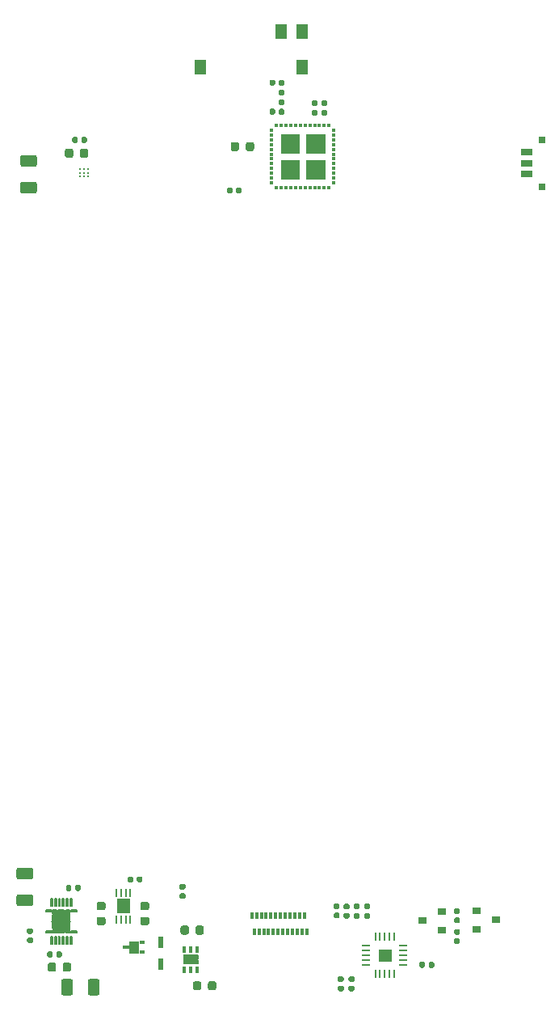
<source format=gbp>
G04 #@! TF.GenerationSoftware,KiCad,Pcbnew,(5.1.6-0-10_14)*
G04 #@! TF.CreationDate,2020-09-07T13:37:45-07:00*
G04 #@! TF.ProjectId,microgame2,6d696372-6f67-4616-9d65-322e6b696361,rev?*
G04 #@! TF.SameCoordinates,Original*
G04 #@! TF.FileFunction,Paste,Bot*
G04 #@! TF.FilePolarity,Positive*
%FSLAX46Y46*%
G04 Gerber Fmt 4.6, Leading zero omitted, Abs format (unit mm)*
G04 Created by KiCad (PCBNEW (5.1.6-0-10_14)) date 2020-09-07 13:37:45*
%MOMM*%
%LPD*%
G01*
G04 APERTURE LIST*
%ADD10C,0.152400*%
%ADD11C,0.010000*%
%ADD12C,0.100000*%
%ADD13R,0.300000X0.700000*%
%ADD14R,0.900000X0.800000*%
%ADD15R,1.400000X1.600000*%
%ADD16R,0.254000X0.812800*%
%ADD17R,1.600200X1.016000*%
%ADD18R,1.950000X2.450000*%
%ADD19R,0.199898X0.849884*%
%ADD20R,0.700000X0.700000*%
%ADD21R,1.250000X0.800000*%
%ADD22C,0.228600*%
%ADD23R,0.840000X0.270000*%
%ADD24R,0.270000X0.840000*%
%ADD25R,0.482600X1.168400*%
%ADD26R,0.350000X0.450000*%
%ADD27R,0.450000X0.350000*%
%ADD28R,1.200000X1.500000*%
%ADD29R,0.500000X0.310000*%
%ADD30R,0.650000X0.310000*%
G04 APERTURE END LIST*
D10*
G04 #@! TO.C,U10*
X141493700Y-135233070D02*
X141493700Y-135041421D01*
X141725170Y-135233070D02*
X141493700Y-135233070D01*
X141725170Y-134900000D02*
X141725170Y-135233070D01*
X141635121Y-134900000D02*
X141725170Y-134900000D01*
X141635121Y-134900000D02*
X141635121Y-134900000D01*
X141493700Y-135041421D02*
X141635121Y-134900000D01*
X141493700Y-135041421D02*
X141493700Y-135041421D01*
X140706300Y-135233070D02*
X140706300Y-135041421D01*
X141293700Y-135233070D02*
X140706300Y-135233070D01*
X141293700Y-135041421D02*
X141293700Y-135233070D01*
X141293700Y-135041421D02*
X141293700Y-135041421D01*
X141152279Y-134900000D02*
X141293700Y-135041421D01*
X141152279Y-134900000D02*
X141152279Y-134900000D01*
X140847721Y-134900000D02*
X141152279Y-134900000D01*
X140847721Y-134900000D02*
X140847721Y-134900000D01*
X140706300Y-135041421D02*
X140847721Y-134900000D01*
X140706300Y-135041421D02*
X140706300Y-135041421D01*
X140274830Y-135233070D02*
X140274830Y-134900000D01*
X140506300Y-135233070D02*
X140274830Y-135233070D01*
X140506300Y-135041421D02*
X140506300Y-135233070D01*
X140506300Y-135041421D02*
X140506300Y-135041421D01*
X140364879Y-134900000D02*
X140506300Y-135041421D01*
X140364879Y-134900000D02*
X140364879Y-134900000D01*
X140274830Y-134900000D02*
X140364879Y-134900000D01*
X141493700Y-134558579D02*
X141493700Y-134366930D01*
X141493700Y-134558579D02*
X141493700Y-134558579D01*
X141635121Y-134700000D02*
X141493700Y-134558579D01*
X141635121Y-134700000D02*
X141635121Y-134700000D01*
X141725170Y-134700000D02*
X141635121Y-134700000D01*
X141725170Y-134366930D02*
X141725170Y-134700000D01*
X141493700Y-134366930D02*
X141725170Y-134366930D01*
X140706300Y-134558579D02*
X140706300Y-134366930D01*
X140706300Y-134558579D02*
X140706300Y-134558579D01*
X140847721Y-134700000D02*
X140706300Y-134558579D01*
X140847721Y-134700000D02*
X140847721Y-134700000D01*
X141152279Y-134700000D02*
X140847721Y-134700000D01*
X141152279Y-134700000D02*
X141152279Y-134700000D01*
X141293700Y-134558579D02*
X141152279Y-134700000D01*
X141293700Y-134558579D02*
X141293700Y-134558579D01*
X141293700Y-134366930D02*
X141293700Y-134558579D01*
X140706300Y-134366930D02*
X141293700Y-134366930D01*
X140274830Y-134700000D02*
X140274830Y-134366930D01*
X140364879Y-134700000D02*
X140274830Y-134700000D01*
X140364879Y-134700000D02*
X140364879Y-134700000D01*
X140506300Y-134558579D02*
X140364879Y-134700000D01*
X140506300Y-134558579D02*
X140506300Y-134558579D01*
X140506300Y-134366930D02*
X140506300Y-134558579D01*
X140274830Y-134366930D02*
X140506300Y-134366930D01*
G04 #@! TO.C,U5*
X126349942Y-128419004D02*
X126500056Y-128419004D01*
X126500056Y-128419004D02*
X126500056Y-129219104D01*
X126500056Y-129219104D02*
X126349942Y-129219104D01*
X126349942Y-129219104D02*
X126349942Y-128419004D01*
X126749944Y-128419004D02*
X126900058Y-128419004D01*
X126900058Y-128419004D02*
X126900058Y-129219104D01*
X126900058Y-129219104D02*
X126749944Y-129219104D01*
X126749944Y-129219104D02*
X126749944Y-128419004D01*
X127149943Y-128419004D02*
X127300057Y-128419004D01*
X127300057Y-128419004D02*
X127300057Y-129219104D01*
X127300057Y-129219104D02*
X127149943Y-129219104D01*
X127149943Y-129219104D02*
X127149943Y-128419004D01*
X127549943Y-128419004D02*
X127700057Y-128419004D01*
X127700057Y-128419004D02*
X127700057Y-129219104D01*
X127700057Y-129219104D02*
X127549943Y-129219104D01*
X127549943Y-129219104D02*
X127549943Y-128419004D01*
X127949942Y-128419004D02*
X128100056Y-128419004D01*
X128100056Y-128419004D02*
X128100056Y-129219104D01*
X128100056Y-129219104D02*
X127949942Y-129219104D01*
X127949942Y-129219104D02*
X127949942Y-128419004D01*
X128349944Y-128419004D02*
X128500058Y-128419004D01*
X128500058Y-128419004D02*
X128500058Y-129219104D01*
X128500058Y-129219104D02*
X128349944Y-129219104D01*
X128349944Y-129219104D02*
X128349944Y-128419004D01*
X128349944Y-132380896D02*
X128500058Y-132380896D01*
X128500058Y-132380896D02*
X128500058Y-133180996D01*
X128500058Y-133180996D02*
X128349944Y-133180996D01*
X128349944Y-133180996D02*
X128349944Y-132380896D01*
X127949942Y-132380896D02*
X128100056Y-132380896D01*
X128100056Y-132380896D02*
X128100056Y-133180996D01*
X128100056Y-133180996D02*
X127949942Y-133180996D01*
X127949942Y-133180996D02*
X127949942Y-132380896D01*
X127549943Y-132380896D02*
X127700057Y-132380896D01*
X127700057Y-132380896D02*
X127700057Y-133180996D01*
X127700057Y-133180996D02*
X127549943Y-133180996D01*
X127549943Y-133180996D02*
X127549943Y-132380896D01*
X127149943Y-132380896D02*
X127300057Y-132380896D01*
X127300057Y-132380896D02*
X127300057Y-133180996D01*
X127300057Y-133180996D02*
X127149943Y-133180996D01*
X127149943Y-133180996D02*
X127149943Y-132380896D01*
X126749944Y-132380896D02*
X126900058Y-132380896D01*
X126900058Y-132380896D02*
X126900058Y-133180996D01*
X126900058Y-133180996D02*
X126749944Y-133180996D01*
X126749944Y-133180996D02*
X126749944Y-132380896D01*
X126349942Y-132380896D02*
X126500056Y-132380896D01*
X126500056Y-132380896D02*
X126500056Y-133180996D01*
X126500056Y-133180996D02*
X126349942Y-133180996D01*
X126349942Y-133180996D02*
X126349942Y-132380896D01*
X126450000Y-130800000D02*
X126450000Y-130800000D01*
X126450000Y-130800000D02*
X126450000Y-130800000D01*
X126450000Y-130800000D02*
X126450000Y-130800000D01*
X126450000Y-130800000D02*
X126450000Y-130800000D01*
X126450000Y-130800000D02*
X126450000Y-130800000D01*
X126450000Y-130800000D02*
X126450000Y-130800000D01*
X126450000Y-130800000D02*
X126450000Y-130800000D01*
X126450000Y-130800000D02*
X126450000Y-130800000D01*
X128400000Y-130800000D02*
X128400000Y-130800000D01*
X128400000Y-130800000D02*
X128400000Y-130800000D01*
X128400000Y-130800000D02*
X128400000Y-130800000D01*
X128400000Y-130800000D02*
X128400000Y-130800000D01*
X128400000Y-130800000D02*
X128400000Y-130800000D01*
X128400000Y-130800000D02*
X128400000Y-130800000D01*
X128400000Y-130800000D02*
X128400000Y-130800000D01*
X128400000Y-130800000D02*
X128400000Y-130800000D01*
X126399200Y-131825800D02*
X125825800Y-131825800D01*
X125825800Y-131825800D02*
X125825800Y-131974200D01*
X125825800Y-131974200D02*
X126399200Y-131974200D01*
X126399200Y-131974200D02*
X126399200Y-131825800D01*
X126399200Y-129774200D02*
X125825800Y-129774200D01*
X125825800Y-129774200D02*
X125825800Y-129625800D01*
X125825800Y-129625800D02*
X126399200Y-129625800D01*
X126399200Y-129625800D02*
X126399200Y-129774200D01*
X128450800Y-129774200D02*
X129024200Y-129774200D01*
X129024200Y-129774200D02*
X129024200Y-129625800D01*
X129024200Y-129625800D02*
X128450800Y-129625800D01*
X128450800Y-129625800D02*
X128450800Y-129774200D01*
X128450800Y-131825800D02*
X129024200Y-131825800D01*
X129024200Y-131825800D02*
X129024200Y-131974200D01*
X129024200Y-131974200D02*
X128450800Y-131974200D01*
X128450800Y-131974200D02*
X128450800Y-131825800D01*
X126524930Y-129649930D02*
X126931300Y-129649930D01*
X126931300Y-129649930D02*
X126931300Y-129771179D01*
X126931300Y-129771179D02*
X126931300Y-129771179D01*
X126931300Y-129771179D02*
X126789879Y-129912600D01*
X126789879Y-129912600D02*
X126789879Y-129912600D01*
X126789879Y-129912600D02*
X126524930Y-129912600D01*
X126524930Y-129912600D02*
X126524930Y-129649930D01*
X127131300Y-129649930D02*
X127718700Y-129649930D01*
X127718700Y-129649930D02*
X127718700Y-129771179D01*
X127718700Y-129771179D02*
X127718700Y-129771179D01*
X127718700Y-129771179D02*
X127577279Y-129912600D01*
X127577279Y-129912600D02*
X127577279Y-129912600D01*
X127577279Y-129912600D02*
X127272721Y-129912600D01*
X127272721Y-129912600D02*
X127272721Y-129912600D01*
X127272721Y-129912600D02*
X127131300Y-129771179D01*
X127131300Y-129771179D02*
X127131300Y-129771179D01*
X127131300Y-129771179D02*
X127131300Y-129649930D01*
X127918700Y-129649930D02*
X128325070Y-129649930D01*
X128325070Y-129649930D02*
X128325070Y-129912600D01*
X128325070Y-129912600D02*
X128060121Y-129912600D01*
X128060121Y-129912600D02*
X128060121Y-129912600D01*
X128060121Y-129912600D02*
X127918700Y-129771179D01*
X127918700Y-129771179D02*
X127918700Y-129771179D01*
X127918700Y-129771179D02*
X127918700Y-129649930D01*
X126524930Y-130112600D02*
X126789879Y-130112600D01*
X126789879Y-130112600D02*
X126789879Y-130112600D01*
X126789879Y-130112600D02*
X126931300Y-130254021D01*
X126931300Y-130254021D02*
X126931300Y-130254021D01*
X126931300Y-130254021D02*
X126931300Y-130558579D01*
X126931300Y-130558579D02*
X126931300Y-130558579D01*
X126931300Y-130558579D02*
X126789879Y-130700000D01*
X126789879Y-130700000D02*
X126789879Y-130700000D01*
X126789879Y-130700000D02*
X126524930Y-130700000D01*
X126524930Y-130700000D02*
X126524930Y-130112600D01*
X127131300Y-130254021D02*
X127131300Y-130254021D01*
X127131300Y-130254021D02*
X127272721Y-130112600D01*
X127272721Y-130112600D02*
X127272721Y-130112600D01*
X127272721Y-130112600D02*
X127577279Y-130112600D01*
X127577279Y-130112600D02*
X127577279Y-130112600D01*
X127577279Y-130112600D02*
X127718700Y-130254021D01*
X127718700Y-130254021D02*
X127718700Y-130254021D01*
X127718700Y-130254021D02*
X127718700Y-130558579D01*
X127718700Y-130558579D02*
X127718700Y-130558579D01*
X127718700Y-130558579D02*
X127577279Y-130700000D01*
X127577279Y-130700000D02*
X127577279Y-130700000D01*
X127577279Y-130700000D02*
X127272721Y-130700000D01*
X127272721Y-130700000D02*
X127272721Y-130700000D01*
X127272721Y-130700000D02*
X127131300Y-130558579D01*
X127131300Y-130558579D02*
X127131300Y-130558579D01*
X127131300Y-130558579D02*
X127131300Y-130254021D01*
X127918700Y-130254021D02*
X127918700Y-130254021D01*
X127918700Y-130254021D02*
X128060121Y-130112600D01*
X128060121Y-130112600D02*
X128060121Y-130112600D01*
X128060121Y-130112600D02*
X128325070Y-130112600D01*
X128325070Y-130112600D02*
X128325070Y-130700000D01*
X128325070Y-130700000D02*
X128060121Y-130700000D01*
X128060121Y-130700000D02*
X128060121Y-130700000D01*
X128060121Y-130700000D02*
X127918700Y-130558579D01*
X127918700Y-130558579D02*
X127918700Y-130558579D01*
X127918700Y-130558579D02*
X127918700Y-130254021D01*
X126524930Y-130900000D02*
X126789879Y-130900000D01*
X126789879Y-130900000D02*
X126789879Y-130900000D01*
X126789879Y-130900000D02*
X126931300Y-131041421D01*
X126931300Y-131041421D02*
X126931300Y-131041421D01*
X126931300Y-131041421D02*
X126931300Y-131345979D01*
X126931300Y-131345979D02*
X126931300Y-131345979D01*
X126931300Y-131345979D02*
X126789879Y-131487400D01*
X126789879Y-131487400D02*
X126789879Y-131487400D01*
X126789879Y-131487400D02*
X126524930Y-131487400D01*
X126524930Y-131487400D02*
X126524930Y-130900000D01*
X127131300Y-131041421D02*
X127131300Y-131041421D01*
X127131300Y-131041421D02*
X127272721Y-130900000D01*
X127272721Y-130900000D02*
X127272721Y-130900000D01*
X127272721Y-130900000D02*
X127577279Y-130900000D01*
X127577279Y-130900000D02*
X127577279Y-130900000D01*
X127577279Y-130900000D02*
X127718700Y-131041421D01*
X127718700Y-131041421D02*
X127718700Y-131041421D01*
X127718700Y-131041421D02*
X127718700Y-131345979D01*
X127718700Y-131345979D02*
X127718700Y-131345979D01*
X127718700Y-131345979D02*
X127577279Y-131487400D01*
X127577279Y-131487400D02*
X127577279Y-131487400D01*
X127577279Y-131487400D02*
X127272721Y-131487400D01*
X127272721Y-131487400D02*
X127272721Y-131487400D01*
X127272721Y-131487400D02*
X127131300Y-131345979D01*
X127131300Y-131345979D02*
X127131300Y-131345979D01*
X127131300Y-131345979D02*
X127131300Y-131041421D01*
X127918700Y-131041421D02*
X127918700Y-131041421D01*
X127918700Y-131041421D02*
X128060121Y-130900000D01*
X128060121Y-130900000D02*
X128060121Y-130900000D01*
X128060121Y-130900000D02*
X128325070Y-130900000D01*
X128325070Y-130900000D02*
X128325070Y-131487400D01*
X128325070Y-131487400D02*
X128060121Y-131487400D01*
X128060121Y-131487400D02*
X128060121Y-131487400D01*
X128060121Y-131487400D02*
X127918700Y-131345979D01*
X127918700Y-131345979D02*
X127918700Y-131345979D01*
X127918700Y-131345979D02*
X127918700Y-131041421D01*
X126524930Y-131687400D02*
X126789879Y-131687400D01*
X126789879Y-131687400D02*
X126789879Y-131687400D01*
X126789879Y-131687400D02*
X126931300Y-131828821D01*
X126931300Y-131828821D02*
X126931300Y-131828821D01*
X126931300Y-131828821D02*
X126931300Y-131950070D01*
X126931300Y-131950070D02*
X126524930Y-131950070D01*
X126524930Y-131950070D02*
X126524930Y-131687400D01*
X127131300Y-131828821D02*
X127131300Y-131828821D01*
X127131300Y-131828821D02*
X127272721Y-131687400D01*
X127272721Y-131687400D02*
X127272721Y-131687400D01*
X127272721Y-131687400D02*
X127577279Y-131687400D01*
X127577279Y-131687400D02*
X127577279Y-131687400D01*
X127577279Y-131687400D02*
X127718700Y-131828821D01*
X127718700Y-131828821D02*
X127718700Y-131828821D01*
X127718700Y-131828821D02*
X127718700Y-131950070D01*
X127718700Y-131950070D02*
X127131300Y-131950070D01*
X127131300Y-131950070D02*
X127131300Y-131828821D01*
X127918700Y-131828821D02*
X127918700Y-131828821D01*
X127918700Y-131828821D02*
X128060121Y-131687400D01*
X128060121Y-131687400D02*
X128060121Y-131687400D01*
X128060121Y-131687400D02*
X128325070Y-131687400D01*
X128325070Y-131687400D02*
X128325070Y-131950070D01*
X128325070Y-131950070D02*
X127918700Y-131950070D01*
X127918700Y-131950070D02*
X127918700Y-131828821D01*
D11*
G04 #@! TO.C,U4*
G36*
X161965000Y-134980000D02*
G01*
X161965000Y-133720000D01*
X160705000Y-133720000D01*
X160705000Y-134980000D01*
X161965000Y-134980000D01*
G37*
X161965000Y-134980000D02*
X161965000Y-133720000D01*
X160705000Y-133720000D01*
X160705000Y-134980000D01*
X161965000Y-134980000D01*
G04 #@! TO.C,U1*
G36*
X150435000Y-51135000D02*
G01*
X150435000Y-53045000D01*
X152345000Y-53045000D01*
X152345000Y-51135000D01*
X150435000Y-51135000D01*
G37*
X150435000Y-51135000D02*
X150435000Y-53045000D01*
X152345000Y-53045000D01*
X152345000Y-51135000D01*
X150435000Y-51135000D01*
G36*
X150435000Y-48435000D02*
G01*
X150435000Y-50345000D01*
X152345000Y-50345000D01*
X152345000Y-48435000D01*
X150435000Y-48435000D01*
G37*
X150435000Y-48435000D02*
X150435000Y-50345000D01*
X152345000Y-50345000D01*
X152345000Y-48435000D01*
X150435000Y-48435000D01*
G36*
X153135000Y-48435000D02*
G01*
X153135000Y-50345000D01*
X155045000Y-50345000D01*
X155045000Y-48435000D01*
X153135000Y-48435000D01*
G37*
X153135000Y-48435000D02*
X153135000Y-50345000D01*
X155045000Y-50345000D01*
X155045000Y-48435000D01*
X153135000Y-48435000D01*
G36*
X153135000Y-51135000D02*
G01*
X153135000Y-53045000D01*
X155045000Y-53045000D01*
X155045000Y-51135000D01*
X153135000Y-51135000D01*
G37*
X153135000Y-51135000D02*
X153135000Y-53045000D01*
X155045000Y-53045000D01*
X155045000Y-51135000D01*
X153135000Y-51135000D01*
D12*
G04 #@! TO.C,Q1*
G36*
X135450000Y-134125000D02*
G01*
X135450000Y-132925000D01*
X134550000Y-132925000D01*
X134550000Y-134125000D01*
X135450000Y-134125000D01*
G37*
X135450000Y-134125000D02*
X135450000Y-132925000D01*
X134550000Y-132925000D01*
X134550000Y-134125000D01*
X135450000Y-134125000D01*
G04 #@! TD*
D13*
G04 #@! TO.C,J1*
X153150000Y-131890000D03*
X152650000Y-131890000D03*
X152150000Y-131890000D03*
X151650000Y-131890000D03*
X151150000Y-131890000D03*
X150650000Y-131890000D03*
X150150000Y-131890000D03*
X149650000Y-131890000D03*
X149150000Y-131890000D03*
X148650000Y-131890000D03*
X148150000Y-131890000D03*
X147650000Y-131890000D03*
X147400000Y-130190000D03*
X147900000Y-130190000D03*
X148400000Y-130190000D03*
X148900000Y-130190000D03*
X149400000Y-130190000D03*
X149900000Y-130190000D03*
X150400000Y-130190000D03*
X150900000Y-130190000D03*
X151400000Y-130190000D03*
X151900000Y-130190000D03*
X152400000Y-130190000D03*
X152900000Y-130190000D03*
G04 #@! TD*
D14*
G04 #@! TO.C,Q2*
X167300000Y-131700000D03*
X167300000Y-129800000D03*
X165300000Y-130750000D03*
G04 #@! TD*
D15*
G04 #@! TO.C,U2*
X133925000Y-129200000D03*
D16*
X134675001Y-127803000D03*
X134175000Y-127803000D03*
X133675000Y-127803000D03*
X133174999Y-127803000D03*
X133174999Y-130597000D03*
X133675000Y-130597000D03*
X134175000Y-130597000D03*
X134675001Y-130597000D03*
G04 #@! TD*
D17*
G04 #@! TO.C,U10*
X141000000Y-134800000D03*
D13*
X140350001Y-135850000D03*
X141000000Y-135850000D03*
X141649999Y-135850000D03*
X141649999Y-133750000D03*
X141000000Y-133750000D03*
X140350001Y-133750000D03*
G04 #@! TD*
D18*
G04 #@! TO.C,U5*
X127425000Y-130800000D03*
D19*
X126424999Y-132780946D03*
X126825001Y-132780946D03*
X127225000Y-132780946D03*
X127625000Y-132780946D03*
X128024999Y-132780946D03*
X128425001Y-132780946D03*
X128425001Y-128819054D03*
X128024999Y-128819054D03*
X127625000Y-128819054D03*
X127225000Y-128819054D03*
X126825001Y-128819054D03*
X126424999Y-128819054D03*
G04 #@! TD*
D20*
G04 #@! TO.C,SW9*
X177850000Y-53900000D03*
X177850000Y-49000000D03*
D21*
X176225000Y-52600000D03*
X176225000Y-51450000D03*
X176225000Y-50300000D03*
G04 #@! TD*
G04 #@! TO.C,C4*
G36*
G01*
X146062500Y-49443750D02*
X146062500Y-49956250D01*
G75*
G02*
X145843750Y-50175000I-218750J0D01*
G01*
X145406250Y-50175000D01*
G75*
G02*
X145187500Y-49956250I0J218750D01*
G01*
X145187500Y-49443750D01*
G75*
G02*
X145406250Y-49225000I218750J0D01*
G01*
X145843750Y-49225000D01*
G75*
G02*
X146062500Y-49443750I0J-218750D01*
G01*
G37*
G36*
G01*
X147637500Y-49443750D02*
X147637500Y-49956250D01*
G75*
G02*
X147418750Y-50175000I-218750J0D01*
G01*
X146981250Y-50175000D01*
G75*
G02*
X146762500Y-49956250I0J218750D01*
G01*
X146762500Y-49443750D01*
G75*
G02*
X146981250Y-49225000I218750J0D01*
G01*
X147418750Y-49225000D01*
G75*
G02*
X147637500Y-49443750I0J-218750D01*
G01*
G37*
G04 #@! TD*
G04 #@! TO.C,C20*
G36*
G01*
X142800000Y-137806250D02*
X142800000Y-137293750D01*
G75*
G02*
X143018750Y-137075000I218750J0D01*
G01*
X143456250Y-137075000D01*
G75*
G02*
X143675000Y-137293750I0J-218750D01*
G01*
X143675000Y-137806250D01*
G75*
G02*
X143456250Y-138025000I-218750J0D01*
G01*
X143018750Y-138025000D01*
G75*
G02*
X142800000Y-137806250I0J218750D01*
G01*
G37*
G36*
G01*
X141225000Y-137806250D02*
X141225000Y-137293750D01*
G75*
G02*
X141443750Y-137075000I218750J0D01*
G01*
X141881250Y-137075000D01*
G75*
G02*
X142100000Y-137293750I0J-218750D01*
G01*
X142100000Y-137806250D01*
G75*
G02*
X141881250Y-138025000I-218750J0D01*
G01*
X141443750Y-138025000D01*
G75*
G02*
X141225000Y-137806250I0J218750D01*
G01*
G37*
G04 #@! TD*
G04 #@! TO.C,C19*
G36*
G01*
X139925000Y-131981250D02*
X139925000Y-131468750D01*
G75*
G02*
X140143750Y-131250000I218750J0D01*
G01*
X140581250Y-131250000D01*
G75*
G02*
X140800000Y-131468750I0J-218750D01*
G01*
X140800000Y-131981250D01*
G75*
G02*
X140581250Y-132200000I-218750J0D01*
G01*
X140143750Y-132200000D01*
G75*
G02*
X139925000Y-131981250I0J218750D01*
G01*
G37*
G36*
G01*
X141500000Y-131981250D02*
X141500000Y-131468750D01*
G75*
G02*
X141718750Y-131250000I218750J0D01*
G01*
X142156250Y-131250000D01*
G75*
G02*
X142375000Y-131468750I0J-218750D01*
G01*
X142375000Y-131981250D01*
G75*
G02*
X142156250Y-132200000I-218750J0D01*
G01*
X141718750Y-132200000D01*
G75*
G02*
X141500000Y-131981250I0J218750D01*
G01*
G37*
G04 #@! TD*
D22*
G04 #@! TO.C,U7*
X130225000Y-52050000D03*
X129825000Y-52050000D03*
X129425000Y-52050000D03*
X130225000Y-52450000D03*
X129825000Y-52450000D03*
X129425000Y-52450000D03*
X130225000Y-52850000D03*
X129825000Y-52850000D03*
X129425000Y-52850000D03*
G04 #@! TD*
D23*
G04 #@! TO.C,U4*
X159400000Y-135350000D03*
X159400000Y-134850000D03*
X159400000Y-134350000D03*
X159400000Y-133850000D03*
X159400000Y-133350000D03*
X163270000Y-133350000D03*
X163270000Y-133850000D03*
X163270000Y-134350000D03*
X163270000Y-134850000D03*
X163270000Y-135350000D03*
D24*
X162335000Y-136285000D03*
X161835000Y-136285000D03*
X161335000Y-136285000D03*
X160835000Y-136285000D03*
X160335000Y-136285000D03*
X160335000Y-132415000D03*
X160835000Y-132415000D03*
X161335000Y-132415000D03*
X161835000Y-132415000D03*
X162335000Y-132415000D03*
G04 #@! TD*
G04 #@! TO.C,R10*
G36*
G01*
X126520000Y-134102500D02*
X126520000Y-134447500D01*
G75*
G02*
X126372500Y-134595000I-147500J0D01*
G01*
X126077500Y-134595000D01*
G75*
G02*
X125930000Y-134447500I0J147500D01*
G01*
X125930000Y-134102500D01*
G75*
G02*
X126077500Y-133955000I147500J0D01*
G01*
X126372500Y-133955000D01*
G75*
G02*
X126520000Y-134102500I0J-147500D01*
G01*
G37*
G36*
G01*
X127490000Y-134102500D02*
X127490000Y-134447500D01*
G75*
G02*
X127342500Y-134595000I-147500J0D01*
G01*
X127047500Y-134595000D01*
G75*
G02*
X126900000Y-134447500I0J147500D01*
G01*
X126900000Y-134102500D01*
G75*
G02*
X127047500Y-133955000I147500J0D01*
G01*
X127342500Y-133955000D01*
G75*
G02*
X127490000Y-134102500I0J-147500D01*
G01*
G37*
G04 #@! TD*
G04 #@! TO.C,R9*
G36*
G01*
X123977500Y-131520000D02*
X124322500Y-131520000D01*
G75*
G02*
X124470000Y-131667500I0J-147500D01*
G01*
X124470000Y-131962500D01*
G75*
G02*
X124322500Y-132110000I-147500J0D01*
G01*
X123977500Y-132110000D01*
G75*
G02*
X123830000Y-131962500I0J147500D01*
G01*
X123830000Y-131667500D01*
G75*
G02*
X123977500Y-131520000I147500J0D01*
G01*
G37*
G36*
G01*
X123977500Y-132490000D02*
X124322500Y-132490000D01*
G75*
G02*
X124470000Y-132637500I0J-147500D01*
G01*
X124470000Y-132932500D01*
G75*
G02*
X124322500Y-133080000I-147500J0D01*
G01*
X123977500Y-133080000D01*
G75*
G02*
X123830000Y-132932500I0J147500D01*
G01*
X123830000Y-132637500D01*
G75*
G02*
X123977500Y-132490000I147500J0D01*
G01*
G37*
G04 #@! TD*
G04 #@! TO.C,R8*
G36*
G01*
X131450000Y-137075000D02*
X131450000Y-138325000D01*
G75*
G02*
X131200000Y-138575000I-250000J0D01*
G01*
X130450000Y-138575000D01*
G75*
G02*
X130200000Y-138325000I0J250000D01*
G01*
X130200000Y-137075000D01*
G75*
G02*
X130450000Y-136825000I250000J0D01*
G01*
X131200000Y-136825000D01*
G75*
G02*
X131450000Y-137075000I0J-250000D01*
G01*
G37*
G36*
G01*
X128650000Y-137075000D02*
X128650000Y-138325000D01*
G75*
G02*
X128400000Y-138575000I-250000J0D01*
G01*
X127650000Y-138575000D01*
G75*
G02*
X127400000Y-138325000I0J250000D01*
G01*
X127400000Y-137075000D01*
G75*
G02*
X127650000Y-136825000I250000J0D01*
G01*
X128400000Y-136825000D01*
G75*
G02*
X128650000Y-137075000I0J-250000D01*
G01*
G37*
G04 #@! TD*
G04 #@! TO.C,R7*
G36*
G01*
X158572500Y-130515000D02*
X158227500Y-130515000D01*
G75*
G02*
X158080000Y-130367500I0J147500D01*
G01*
X158080000Y-130072500D01*
G75*
G02*
X158227500Y-129925000I147500J0D01*
G01*
X158572500Y-129925000D01*
G75*
G02*
X158720000Y-130072500I0J-147500D01*
G01*
X158720000Y-130367500D01*
G75*
G02*
X158572500Y-130515000I-147500J0D01*
G01*
G37*
G36*
G01*
X158572500Y-129545000D02*
X158227500Y-129545000D01*
G75*
G02*
X158080000Y-129397500I0J147500D01*
G01*
X158080000Y-129102500D01*
G75*
G02*
X158227500Y-128955000I147500J0D01*
G01*
X158572500Y-128955000D01*
G75*
G02*
X158720000Y-129102500I0J-147500D01*
G01*
X158720000Y-129397500D01*
G75*
G02*
X158572500Y-129545000I-147500J0D01*
G01*
G37*
G04 #@! TD*
G04 #@! TO.C,R6*
G36*
G01*
X157497500Y-129545000D02*
X157152500Y-129545000D01*
G75*
G02*
X157005000Y-129397500I0J147500D01*
G01*
X157005000Y-129102500D01*
G75*
G02*
X157152500Y-128955000I147500J0D01*
G01*
X157497500Y-128955000D01*
G75*
G02*
X157645000Y-129102500I0J-147500D01*
G01*
X157645000Y-129397500D01*
G75*
G02*
X157497500Y-129545000I-147500J0D01*
G01*
G37*
G36*
G01*
X157497500Y-130515000D02*
X157152500Y-130515000D01*
G75*
G02*
X157005000Y-130367500I0J147500D01*
G01*
X157005000Y-130072500D01*
G75*
G02*
X157152500Y-129925000I147500J0D01*
G01*
X157497500Y-129925000D01*
G75*
G02*
X157645000Y-130072500I0J-147500D01*
G01*
X157645000Y-130367500D01*
G75*
G02*
X157497500Y-130515000I-147500J0D01*
G01*
G37*
G04 #@! TD*
G04 #@! TO.C,R5*
G36*
G01*
X156897500Y-138120000D02*
X156552500Y-138120000D01*
G75*
G02*
X156405000Y-137972500I0J147500D01*
G01*
X156405000Y-137677500D01*
G75*
G02*
X156552500Y-137530000I147500J0D01*
G01*
X156897500Y-137530000D01*
G75*
G02*
X157045000Y-137677500I0J-147500D01*
G01*
X157045000Y-137972500D01*
G75*
G02*
X156897500Y-138120000I-147500J0D01*
G01*
G37*
G36*
G01*
X156897500Y-137150000D02*
X156552500Y-137150000D01*
G75*
G02*
X156405000Y-137002500I0J147500D01*
G01*
X156405000Y-136707500D01*
G75*
G02*
X156552500Y-136560000I147500J0D01*
G01*
X156897500Y-136560000D01*
G75*
G02*
X157045000Y-136707500I0J-147500D01*
G01*
X157045000Y-137002500D01*
G75*
G02*
X156897500Y-137150000I-147500J0D01*
G01*
G37*
G04 #@! TD*
G04 #@! TO.C,R4*
G36*
G01*
X158022500Y-137150000D02*
X157677500Y-137150000D01*
G75*
G02*
X157530000Y-137002500I0J147500D01*
G01*
X157530000Y-136707500D01*
G75*
G02*
X157677500Y-136560000I147500J0D01*
G01*
X158022500Y-136560000D01*
G75*
G02*
X158170000Y-136707500I0J-147500D01*
G01*
X158170000Y-137002500D01*
G75*
G02*
X158022500Y-137150000I-147500J0D01*
G01*
G37*
G36*
G01*
X158022500Y-138120000D02*
X157677500Y-138120000D01*
G75*
G02*
X157530000Y-137972500I0J147500D01*
G01*
X157530000Y-137677500D01*
G75*
G02*
X157677500Y-137530000I147500J0D01*
G01*
X158022500Y-137530000D01*
G75*
G02*
X158170000Y-137677500I0J-147500D01*
G01*
X158170000Y-137972500D01*
G75*
G02*
X158022500Y-138120000I-147500J0D01*
G01*
G37*
G04 #@! TD*
G04 #@! TO.C,R3*
G36*
G01*
X134385000Y-126597500D02*
X134385000Y-126252500D01*
G75*
G02*
X134532500Y-126105000I147500J0D01*
G01*
X134827500Y-126105000D01*
G75*
G02*
X134975000Y-126252500I0J-147500D01*
G01*
X134975000Y-126597500D01*
G75*
G02*
X134827500Y-126745000I-147500J0D01*
G01*
X134532500Y-126745000D01*
G75*
G02*
X134385000Y-126597500I0J147500D01*
G01*
G37*
G36*
G01*
X135355000Y-126597500D02*
X135355000Y-126252500D01*
G75*
G02*
X135502500Y-126105000I147500J0D01*
G01*
X135797500Y-126105000D01*
G75*
G02*
X135945000Y-126252500I0J-147500D01*
G01*
X135945000Y-126597500D01*
G75*
G02*
X135797500Y-126745000I-147500J0D01*
G01*
X135502500Y-126745000D01*
G75*
G02*
X135355000Y-126597500I0J147500D01*
G01*
G37*
G04 #@! TD*
G04 #@! TO.C,R2*
G36*
G01*
X140297500Y-127475000D02*
X139952500Y-127475000D01*
G75*
G02*
X139805000Y-127327500I0J147500D01*
G01*
X139805000Y-127032500D01*
G75*
G02*
X139952500Y-126885000I147500J0D01*
G01*
X140297500Y-126885000D01*
G75*
G02*
X140445000Y-127032500I0J-147500D01*
G01*
X140445000Y-127327500D01*
G75*
G02*
X140297500Y-127475000I-147500J0D01*
G01*
G37*
G36*
G01*
X140297500Y-128445000D02*
X139952500Y-128445000D01*
G75*
G02*
X139805000Y-128297500I0J147500D01*
G01*
X139805000Y-128002500D01*
G75*
G02*
X139952500Y-127855000I147500J0D01*
G01*
X140297500Y-127855000D01*
G75*
G02*
X140445000Y-128002500I0J-147500D01*
G01*
X140445000Y-128297500D01*
G75*
G02*
X140297500Y-128445000I-147500J0D01*
G01*
G37*
G04 #@! TD*
D25*
G04 #@! TO.C,D1*
X137875000Y-135260200D03*
X137875000Y-133025000D03*
G04 #@! TD*
G04 #@! TO.C,C16*
G36*
G01*
X129150000Y-48827500D02*
X129150000Y-49172500D01*
G75*
G02*
X129002500Y-49320000I-147500J0D01*
G01*
X128707500Y-49320000D01*
G75*
G02*
X128560000Y-49172500I0J147500D01*
G01*
X128560000Y-48827500D01*
G75*
G02*
X128707500Y-48680000I147500J0D01*
G01*
X129002500Y-48680000D01*
G75*
G02*
X129150000Y-48827500I0J-147500D01*
G01*
G37*
G36*
G01*
X130120000Y-48827500D02*
X130120000Y-49172500D01*
G75*
G02*
X129972500Y-49320000I-147500J0D01*
G01*
X129677500Y-49320000D01*
G75*
G02*
X129530000Y-49172500I0J147500D01*
G01*
X129530000Y-48827500D01*
G75*
G02*
X129677500Y-48680000I147500J0D01*
G01*
X129972500Y-48680000D01*
G75*
G02*
X130120000Y-48827500I0J-147500D01*
G01*
G37*
G04 #@! TD*
G04 #@! TO.C,C15*
G36*
G01*
X128687500Y-50143750D02*
X128687500Y-50656250D01*
G75*
G02*
X128468750Y-50875000I-218750J0D01*
G01*
X128031250Y-50875000D01*
G75*
G02*
X127812500Y-50656250I0J218750D01*
G01*
X127812500Y-50143750D01*
G75*
G02*
X128031250Y-49925000I218750J0D01*
G01*
X128468750Y-49925000D01*
G75*
G02*
X128687500Y-50143750I0J-218750D01*
G01*
G37*
G36*
G01*
X130262500Y-50143750D02*
X130262500Y-50656250D01*
G75*
G02*
X130043750Y-50875000I-218750J0D01*
G01*
X129606250Y-50875000D01*
G75*
G02*
X129387500Y-50656250I0J218750D01*
G01*
X129387500Y-50143750D01*
G75*
G02*
X129606250Y-49925000I218750J0D01*
G01*
X130043750Y-49925000D01*
G75*
G02*
X130262500Y-50143750I0J-218750D01*
G01*
G37*
G04 #@! TD*
G04 #@! TO.C,C14*
G36*
G01*
X127905000Y-127472500D02*
X127905000Y-127127500D01*
G75*
G02*
X128052500Y-126980000I147500J0D01*
G01*
X128347500Y-126980000D01*
G75*
G02*
X128495000Y-127127500I0J-147500D01*
G01*
X128495000Y-127472500D01*
G75*
G02*
X128347500Y-127620000I-147500J0D01*
G01*
X128052500Y-127620000D01*
G75*
G02*
X127905000Y-127472500I0J147500D01*
G01*
G37*
G36*
G01*
X128875000Y-127472500D02*
X128875000Y-127127500D01*
G75*
G02*
X129022500Y-126980000I147500J0D01*
G01*
X129317500Y-126980000D01*
G75*
G02*
X129465000Y-127127500I0J-147500D01*
G01*
X129465000Y-127472500D01*
G75*
G02*
X129317500Y-127620000I-147500J0D01*
G01*
X129022500Y-127620000D01*
G75*
G02*
X128875000Y-127472500I0J147500D01*
G01*
G37*
G04 #@! TD*
G04 #@! TO.C,C13*
G36*
G01*
X128462500Y-135343750D02*
X128462500Y-135856250D01*
G75*
G02*
X128243750Y-136075000I-218750J0D01*
G01*
X127806250Y-136075000D01*
G75*
G02*
X127587500Y-135856250I0J218750D01*
G01*
X127587500Y-135343750D01*
G75*
G02*
X127806250Y-135125000I218750J0D01*
G01*
X128243750Y-135125000D01*
G75*
G02*
X128462500Y-135343750I0J-218750D01*
G01*
G37*
G36*
G01*
X126887500Y-135343750D02*
X126887500Y-135856250D01*
G75*
G02*
X126668750Y-136075000I-218750J0D01*
G01*
X126231250Y-136075000D01*
G75*
G02*
X126012500Y-135856250I0J218750D01*
G01*
X126012500Y-135343750D01*
G75*
G02*
X126231250Y-135125000I218750J0D01*
G01*
X126668750Y-135125000D01*
G75*
G02*
X126887500Y-135343750I0J-218750D01*
G01*
G37*
G04 #@! TD*
G04 #@! TO.C,C12*
G36*
G01*
X164955000Y-135522500D02*
X164955000Y-135177500D01*
G75*
G02*
X165102500Y-135030000I147500J0D01*
G01*
X165397500Y-135030000D01*
G75*
G02*
X165545000Y-135177500I0J-147500D01*
G01*
X165545000Y-135522500D01*
G75*
G02*
X165397500Y-135670000I-147500J0D01*
G01*
X165102500Y-135670000D01*
G75*
G02*
X164955000Y-135522500I0J147500D01*
G01*
G37*
G36*
G01*
X165925000Y-135522500D02*
X165925000Y-135177500D01*
G75*
G02*
X166072500Y-135030000I147500J0D01*
G01*
X166367500Y-135030000D01*
G75*
G02*
X166515000Y-135177500I0J-147500D01*
G01*
X166515000Y-135522500D01*
G75*
G02*
X166367500Y-135670000I-147500J0D01*
G01*
X166072500Y-135670000D01*
G75*
G02*
X165925000Y-135522500I0J147500D01*
G01*
G37*
G04 #@! TD*
G04 #@! TO.C,C11*
G36*
G01*
X159302500Y-129925000D02*
X159647500Y-129925000D01*
G75*
G02*
X159795000Y-130072500I0J-147500D01*
G01*
X159795000Y-130367500D01*
G75*
G02*
X159647500Y-130515000I-147500J0D01*
G01*
X159302500Y-130515000D01*
G75*
G02*
X159155000Y-130367500I0J147500D01*
G01*
X159155000Y-130072500D01*
G75*
G02*
X159302500Y-129925000I147500J0D01*
G01*
G37*
G36*
G01*
X159302500Y-128955000D02*
X159647500Y-128955000D01*
G75*
G02*
X159795000Y-129102500I0J-147500D01*
G01*
X159795000Y-129397500D01*
G75*
G02*
X159647500Y-129545000I-147500J0D01*
G01*
X159302500Y-129545000D01*
G75*
G02*
X159155000Y-129397500I0J147500D01*
G01*
X159155000Y-129102500D01*
G75*
G02*
X159302500Y-128955000I147500J0D01*
G01*
G37*
G04 #@! TD*
G04 #@! TO.C,C10*
G36*
G01*
X156102500Y-129905000D02*
X156447500Y-129905000D01*
G75*
G02*
X156595000Y-130052500I0J-147500D01*
G01*
X156595000Y-130347500D01*
G75*
G02*
X156447500Y-130495000I-147500J0D01*
G01*
X156102500Y-130495000D01*
G75*
G02*
X155955000Y-130347500I0J147500D01*
G01*
X155955000Y-130052500D01*
G75*
G02*
X156102500Y-129905000I147500J0D01*
G01*
G37*
G36*
G01*
X156102500Y-128935000D02*
X156447500Y-128935000D01*
G75*
G02*
X156595000Y-129082500I0J-147500D01*
G01*
X156595000Y-129377500D01*
G75*
G02*
X156447500Y-129525000I-147500J0D01*
G01*
X156102500Y-129525000D01*
G75*
G02*
X155955000Y-129377500I0J147500D01*
G01*
X155955000Y-129082500D01*
G75*
G02*
X156102500Y-128935000I147500J0D01*
G01*
G37*
G04 #@! TD*
G04 #@! TO.C,C7*
G36*
G01*
X131856250Y-131212500D02*
X131343750Y-131212500D01*
G75*
G02*
X131125000Y-130993750I0J218750D01*
G01*
X131125000Y-130556250D01*
G75*
G02*
X131343750Y-130337500I218750J0D01*
G01*
X131856250Y-130337500D01*
G75*
G02*
X132075000Y-130556250I0J-218750D01*
G01*
X132075000Y-130993750D01*
G75*
G02*
X131856250Y-131212500I-218750J0D01*
G01*
G37*
G36*
G01*
X131856250Y-129637500D02*
X131343750Y-129637500D01*
G75*
G02*
X131125000Y-129418750I0J218750D01*
G01*
X131125000Y-128981250D01*
G75*
G02*
X131343750Y-128762500I218750J0D01*
G01*
X131856250Y-128762500D01*
G75*
G02*
X132075000Y-128981250I0J-218750D01*
G01*
X132075000Y-129418750D01*
G75*
G02*
X131856250Y-129637500I-218750J0D01*
G01*
G37*
G04 #@! TD*
G04 #@! TO.C,C6*
G36*
G01*
X136431250Y-129637500D02*
X135918750Y-129637500D01*
G75*
G02*
X135700000Y-129418750I0J218750D01*
G01*
X135700000Y-128981250D01*
G75*
G02*
X135918750Y-128762500I218750J0D01*
G01*
X136431250Y-128762500D01*
G75*
G02*
X136650000Y-128981250I0J-218750D01*
G01*
X136650000Y-129418750D01*
G75*
G02*
X136431250Y-129637500I-218750J0D01*
G01*
G37*
G36*
G01*
X136431250Y-131212500D02*
X135918750Y-131212500D01*
G75*
G02*
X135700000Y-130993750I0J218750D01*
G01*
X135700000Y-130556250D01*
G75*
G02*
X135918750Y-130337500I218750J0D01*
G01*
X136431250Y-130337500D01*
G75*
G02*
X136650000Y-130556250I0J-218750D01*
G01*
X136650000Y-130993750D01*
G75*
G02*
X136431250Y-131212500I-218750J0D01*
G01*
G37*
G04 #@! TD*
D26*
G04 #@! TO.C,U1*
X149990000Y-47475000D03*
X150490000Y-47475000D03*
X150990000Y-47475000D03*
X151490000Y-47475000D03*
X151990000Y-47475000D03*
X152490000Y-47475000D03*
X152990000Y-47475000D03*
X153490000Y-47475000D03*
X153990000Y-47475000D03*
X154490000Y-47475000D03*
X154990000Y-47475000D03*
X155490000Y-47475000D03*
D27*
X156005000Y-47990000D03*
X156005000Y-48490000D03*
X156005000Y-48990000D03*
X156005000Y-49490000D03*
X156005000Y-49990000D03*
X156005000Y-50490000D03*
X156005000Y-50990000D03*
X156005000Y-51490000D03*
X156005000Y-51990000D03*
X156005000Y-52490000D03*
X156005000Y-52990000D03*
X156005000Y-53490000D03*
D26*
X155490000Y-54005000D03*
X154990000Y-54005000D03*
X154490000Y-54005000D03*
X153990000Y-54005000D03*
X153490000Y-54005000D03*
X152990000Y-54005000D03*
X152490000Y-54005000D03*
X151990000Y-54005000D03*
X151490000Y-54005000D03*
X150990000Y-54005000D03*
X150490000Y-54005000D03*
X149990000Y-54005000D03*
D27*
X149475000Y-53490000D03*
X149475000Y-52990000D03*
X149475000Y-52490000D03*
X149475000Y-51990000D03*
X149475000Y-51490000D03*
X149475000Y-50990000D03*
X149475000Y-50490000D03*
X149475000Y-49990000D03*
X149475000Y-49490000D03*
X149475000Y-48990000D03*
X149475000Y-48490000D03*
X149475000Y-47990000D03*
G04 #@! TD*
G04 #@! TO.C,R1*
G36*
G01*
X154837500Y-44885000D02*
X155182500Y-44885000D01*
G75*
G02*
X155330000Y-45032500I0J-147500D01*
G01*
X155330000Y-45327500D01*
G75*
G02*
X155182500Y-45475000I-147500J0D01*
G01*
X154837500Y-45475000D01*
G75*
G02*
X154690000Y-45327500I0J147500D01*
G01*
X154690000Y-45032500D01*
G75*
G02*
X154837500Y-44885000I147500J0D01*
G01*
G37*
G36*
G01*
X154837500Y-45855000D02*
X155182500Y-45855000D01*
G75*
G02*
X155330000Y-46002500I0J-147500D01*
G01*
X155330000Y-46297500D01*
G75*
G02*
X155182500Y-46445000I-147500J0D01*
G01*
X154837500Y-46445000D01*
G75*
G02*
X154690000Y-46297500I0J147500D01*
G01*
X154690000Y-46002500D01*
G75*
G02*
X154837500Y-45855000I147500J0D01*
G01*
G37*
G04 #@! TD*
G04 #@! TO.C,L1*
G36*
G01*
X150682500Y-45335000D02*
X150337500Y-45335000D01*
G75*
G02*
X150190000Y-45187500I0J147500D01*
G01*
X150190000Y-44892500D01*
G75*
G02*
X150337500Y-44745000I147500J0D01*
G01*
X150682500Y-44745000D01*
G75*
G02*
X150830000Y-44892500I0J-147500D01*
G01*
X150830000Y-45187500D01*
G75*
G02*
X150682500Y-45335000I-147500J0D01*
G01*
G37*
G36*
G01*
X150682500Y-44365000D02*
X150337500Y-44365000D01*
G75*
G02*
X150190000Y-44217500I0J147500D01*
G01*
X150190000Y-43922500D01*
G75*
G02*
X150337500Y-43775000I147500J0D01*
G01*
X150682500Y-43775000D01*
G75*
G02*
X150830000Y-43922500I0J-147500D01*
G01*
X150830000Y-44217500D01*
G75*
G02*
X150682500Y-44365000I-147500J0D01*
G01*
G37*
G04 #@! TD*
D28*
G04 #@! TO.C,E1*
X152710000Y-41410000D03*
X142010000Y-41410000D03*
X150510000Y-37680000D03*
X152710000Y-37680000D03*
G04 #@! TD*
G04 #@! TO.C,C5*
G36*
G01*
X145355000Y-54127500D02*
X145355000Y-54472500D01*
G75*
G02*
X145207500Y-54620000I-147500J0D01*
G01*
X144912500Y-54620000D01*
G75*
G02*
X144765000Y-54472500I0J147500D01*
G01*
X144765000Y-54127500D01*
G75*
G02*
X144912500Y-53980000I147500J0D01*
G01*
X145207500Y-53980000D01*
G75*
G02*
X145355000Y-54127500I0J-147500D01*
G01*
G37*
G36*
G01*
X146325000Y-54127500D02*
X146325000Y-54472500D01*
G75*
G02*
X146177500Y-54620000I-147500J0D01*
G01*
X145882500Y-54620000D01*
G75*
G02*
X145735000Y-54472500I0J147500D01*
G01*
X145735000Y-54127500D01*
G75*
G02*
X145882500Y-53980000I147500J0D01*
G01*
X146177500Y-53980000D01*
G75*
G02*
X146325000Y-54127500I0J-147500D01*
G01*
G37*
G04 #@! TD*
G04 #@! TO.C,C3*
G36*
G01*
X150805000Y-42857500D02*
X150805000Y-43202500D01*
G75*
G02*
X150657500Y-43350000I-147500J0D01*
G01*
X150362500Y-43350000D01*
G75*
G02*
X150215000Y-43202500I0J147500D01*
G01*
X150215000Y-42857500D01*
G75*
G02*
X150362500Y-42710000I147500J0D01*
G01*
X150657500Y-42710000D01*
G75*
G02*
X150805000Y-42857500I0J-147500D01*
G01*
G37*
G36*
G01*
X149835000Y-42857500D02*
X149835000Y-43202500D01*
G75*
G02*
X149687500Y-43350000I-147500J0D01*
G01*
X149392500Y-43350000D01*
G75*
G02*
X149245000Y-43202500I0J147500D01*
G01*
X149245000Y-42857500D01*
G75*
G02*
X149392500Y-42710000I147500J0D01*
G01*
X149687500Y-42710000D01*
G75*
G02*
X149835000Y-42857500I0J-147500D01*
G01*
G37*
G04 #@! TD*
G04 #@! TO.C,C2*
G36*
G01*
X149835000Y-45887500D02*
X149835000Y-46232500D01*
G75*
G02*
X149687500Y-46380000I-147500J0D01*
G01*
X149392500Y-46380000D01*
G75*
G02*
X149245000Y-46232500I0J147500D01*
G01*
X149245000Y-45887500D01*
G75*
G02*
X149392500Y-45740000I147500J0D01*
G01*
X149687500Y-45740000D01*
G75*
G02*
X149835000Y-45887500I0J-147500D01*
G01*
G37*
G36*
G01*
X150805000Y-45887500D02*
X150805000Y-46232500D01*
G75*
G02*
X150657500Y-46380000I-147500J0D01*
G01*
X150362500Y-46380000D01*
G75*
G02*
X150215000Y-46232500I0J147500D01*
G01*
X150215000Y-45887500D01*
G75*
G02*
X150362500Y-45740000I147500J0D01*
G01*
X150657500Y-45740000D01*
G75*
G02*
X150805000Y-45887500I0J-147500D01*
G01*
G37*
G04 #@! TD*
G04 #@! TO.C,C1*
G36*
G01*
X154162500Y-45465000D02*
X153817500Y-45465000D01*
G75*
G02*
X153670000Y-45317500I0J147500D01*
G01*
X153670000Y-45022500D01*
G75*
G02*
X153817500Y-44875000I147500J0D01*
G01*
X154162500Y-44875000D01*
G75*
G02*
X154310000Y-45022500I0J-147500D01*
G01*
X154310000Y-45317500D01*
G75*
G02*
X154162500Y-45465000I-147500J0D01*
G01*
G37*
G36*
G01*
X154162500Y-46435000D02*
X153817500Y-46435000D01*
G75*
G02*
X153670000Y-46287500I0J147500D01*
G01*
X153670000Y-45992500D01*
G75*
G02*
X153817500Y-45845000I147500J0D01*
G01*
X154162500Y-45845000D01*
G75*
G02*
X154310000Y-45992500I0J-147500D01*
G01*
X154310000Y-46287500D01*
G75*
G02*
X154162500Y-46435000I-147500J0D01*
G01*
G37*
G04 #@! TD*
D29*
G04 #@! TO.C,Q1*
X135900000Y-134025000D03*
X135900000Y-133025000D03*
D30*
X134175000Y-133525000D03*
G04 #@! TD*
G04 #@! TO.C,J2*
G36*
G01*
X124225000Y-129225000D02*
X122975000Y-129225000D01*
G75*
G02*
X122725000Y-128975000I0J250000D01*
G01*
X122725000Y-128225000D01*
G75*
G02*
X122975000Y-127975000I250000J0D01*
G01*
X124225000Y-127975000D01*
G75*
G02*
X124475000Y-128225000I0J-250000D01*
G01*
X124475000Y-128975000D01*
G75*
G02*
X124225000Y-129225000I-250000J0D01*
G01*
G37*
G36*
G01*
X124225000Y-126425000D02*
X122975000Y-126425000D01*
G75*
G02*
X122725000Y-126175000I0J250000D01*
G01*
X122725000Y-125425000D01*
G75*
G02*
X122975000Y-125175000I250000J0D01*
G01*
X124225000Y-125175000D01*
G75*
G02*
X124475000Y-125425000I0J-250000D01*
G01*
X124475000Y-126175000D01*
G75*
G02*
X124225000Y-126425000I-250000J0D01*
G01*
G37*
G04 #@! TD*
G04 #@! TO.C,J3*
G36*
G01*
X124625000Y-54625000D02*
X123375000Y-54625000D01*
G75*
G02*
X123125000Y-54375000I0J250000D01*
G01*
X123125000Y-53625000D01*
G75*
G02*
X123375000Y-53375000I250000J0D01*
G01*
X124625000Y-53375000D01*
G75*
G02*
X124875000Y-53625000I0J-250000D01*
G01*
X124875000Y-54375000D01*
G75*
G02*
X124625000Y-54625000I-250000J0D01*
G01*
G37*
G36*
G01*
X124625000Y-51825000D02*
X123375000Y-51825000D01*
G75*
G02*
X123125000Y-51575000I0J250000D01*
G01*
X123125000Y-50825000D01*
G75*
G02*
X123375000Y-50575000I250000J0D01*
G01*
X124625000Y-50575000D01*
G75*
G02*
X124875000Y-50825000I0J-250000D01*
G01*
X124875000Y-51575000D01*
G75*
G02*
X124625000Y-51825000I-250000J0D01*
G01*
G37*
G04 #@! TD*
D14*
G04 #@! TO.C,Q3*
X173000000Y-130650000D03*
X171000000Y-131600000D03*
X171000000Y-129700000D03*
G04 #@! TD*
G04 #@! TO.C,R23*
G36*
G01*
X168727500Y-130405000D02*
X169072500Y-130405000D01*
G75*
G02*
X169220000Y-130552500I0J-147500D01*
G01*
X169220000Y-130847500D01*
G75*
G02*
X169072500Y-130995000I-147500J0D01*
G01*
X168727500Y-130995000D01*
G75*
G02*
X168580000Y-130847500I0J147500D01*
G01*
X168580000Y-130552500D01*
G75*
G02*
X168727500Y-130405000I147500J0D01*
G01*
G37*
G36*
G01*
X168727500Y-129435000D02*
X169072500Y-129435000D01*
G75*
G02*
X169220000Y-129582500I0J-147500D01*
G01*
X169220000Y-129877500D01*
G75*
G02*
X169072500Y-130025000I-147500J0D01*
G01*
X168727500Y-130025000D01*
G75*
G02*
X168580000Y-129877500I0J147500D01*
G01*
X168580000Y-129582500D01*
G75*
G02*
X168727500Y-129435000I147500J0D01*
G01*
G37*
G04 #@! TD*
G04 #@! TO.C,R24*
G36*
G01*
X169072500Y-133165000D02*
X168727500Y-133165000D01*
G75*
G02*
X168580000Y-133017500I0J147500D01*
G01*
X168580000Y-132722500D01*
G75*
G02*
X168727500Y-132575000I147500J0D01*
G01*
X169072500Y-132575000D01*
G75*
G02*
X169220000Y-132722500I0J-147500D01*
G01*
X169220000Y-133017500D01*
G75*
G02*
X169072500Y-133165000I-147500J0D01*
G01*
G37*
G36*
G01*
X169072500Y-132195000D02*
X168727500Y-132195000D01*
G75*
G02*
X168580000Y-132047500I0J147500D01*
G01*
X168580000Y-131752500D01*
G75*
G02*
X168727500Y-131605000I147500J0D01*
G01*
X169072500Y-131605000D01*
G75*
G02*
X169220000Y-131752500I0J-147500D01*
G01*
X169220000Y-132047500D01*
G75*
G02*
X169072500Y-132195000I-147500J0D01*
G01*
G37*
G04 #@! TD*
M02*

</source>
